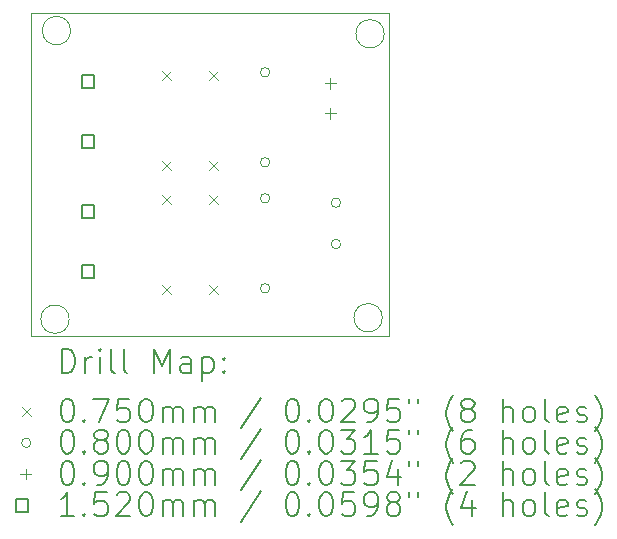
<source format=gbr>
%TF.GenerationSoftware,KiCad,Pcbnew,8.0.7*%
%TF.CreationDate,2025-03-08T23:37:16+05:30*%
%TF.ProjectId,1_AC to DC Converter,315f4143-2074-46f2-9044-4320436f6e76,rev?*%
%TF.SameCoordinates,Original*%
%TF.FileFunction,Drillmap*%
%TF.FilePolarity,Positive*%
%FSLAX45Y45*%
G04 Gerber Fmt 4.5, Leading zero omitted, Abs format (unit mm)*
G04 Created by KiCad (PCBNEW 8.0.7) date 2025-03-08 23:37:16*
%MOMM*%
%LPD*%
G01*
G04 APERTURE LIST*
%ADD10C,0.100000*%
%ADD11C,0.050000*%
%ADD12C,0.200000*%
%ADD13C,0.152000*%
G04 APERTURE END LIST*
D10*
X13103348Y-7566741D02*
G75*
G02*
X12863348Y-7566741I-120000J0D01*
G01*
X12863348Y-7566741D02*
G75*
G02*
X13103348Y-7566741I120000J0D01*
G01*
X13090941Y-10009961D02*
G75*
G02*
X12850941Y-10009961I-120000J0D01*
G01*
X12850941Y-10009961D02*
G75*
G02*
X13090941Y-10009961I120000J0D01*
G01*
D11*
X12769960Y-7413956D02*
X15800000Y-7413956D01*
X15800000Y-10150000D01*
X12769960Y-10150000D01*
X12769960Y-7413956D01*
D10*
X15742263Y-9997737D02*
G75*
G02*
X15502263Y-9997737I-120000J0D01*
G01*
X15502263Y-9997737D02*
G75*
G02*
X15742263Y-9997737I120000J0D01*
G01*
X15758604Y-7593585D02*
G75*
G02*
X15518604Y-7593585I-120000J0D01*
G01*
X15518604Y-7593585D02*
G75*
G02*
X15758604Y-7593585I120000J0D01*
G01*
D12*
D10*
X13878130Y-7906246D02*
X13953130Y-7981246D01*
X13953130Y-7906246D02*
X13878130Y-7981246D01*
X13878130Y-8668246D02*
X13953130Y-8743246D01*
X13953130Y-8668246D02*
X13878130Y-8743246D01*
X13878130Y-8956246D02*
X13953130Y-9031246D01*
X13953130Y-8956246D02*
X13878130Y-9031246D01*
X13878130Y-9718246D02*
X13953130Y-9793246D01*
X13953130Y-9718246D02*
X13878130Y-9793246D01*
X14278130Y-7906246D02*
X14353130Y-7981246D01*
X14353130Y-7906246D02*
X14278130Y-7981246D01*
X14278130Y-8668246D02*
X14353130Y-8743246D01*
X14353130Y-8668246D02*
X14278130Y-8743246D01*
X14278130Y-8956246D02*
X14353130Y-9031246D01*
X14353130Y-8956246D02*
X14278130Y-9031246D01*
X14278130Y-9718246D02*
X14353130Y-9793246D01*
X14353130Y-9718246D02*
X14278130Y-9793246D01*
X14790000Y-7919000D02*
G75*
G02*
X14710000Y-7919000I-40000J0D01*
G01*
X14710000Y-7919000D02*
G75*
G02*
X14790000Y-7919000I40000J0D01*
G01*
X14790000Y-8681000D02*
G75*
G02*
X14710000Y-8681000I-40000J0D01*
G01*
X14710000Y-8681000D02*
G75*
G02*
X14790000Y-8681000I40000J0D01*
G01*
X14790000Y-8987097D02*
G75*
G02*
X14710000Y-8987097I-40000J0D01*
G01*
X14710000Y-8987097D02*
G75*
G02*
X14790000Y-8987097I40000J0D01*
G01*
X14790000Y-9749097D02*
G75*
G02*
X14710000Y-9749097I-40000J0D01*
G01*
X14710000Y-9749097D02*
G75*
G02*
X14790000Y-9749097I40000J0D01*
G01*
X15390000Y-9024482D02*
G75*
G02*
X15310000Y-9024482I-40000J0D01*
G01*
X15310000Y-9024482D02*
G75*
G02*
X15390000Y-9024482I40000J0D01*
G01*
X15390000Y-9374482D02*
G75*
G02*
X15310000Y-9374482I-40000J0D01*
G01*
X15310000Y-9374482D02*
G75*
G02*
X15390000Y-9374482I40000J0D01*
G01*
X15301588Y-7967884D02*
X15301588Y-8057884D01*
X15256588Y-8012884D02*
X15346588Y-8012884D01*
X15301588Y-8221884D02*
X15301588Y-8311884D01*
X15256588Y-8266884D02*
X15346588Y-8266884D01*
D13*
X13303741Y-8049741D02*
X13303741Y-7942259D01*
X13196259Y-7942259D01*
X13196259Y-8049741D01*
X13303741Y-8049741D01*
X13303741Y-8557741D02*
X13303741Y-8450259D01*
X13196259Y-8450259D01*
X13196259Y-8557741D01*
X13303741Y-8557741D01*
X13303741Y-9149741D02*
X13303741Y-9042259D01*
X13196259Y-9042259D01*
X13196259Y-9149741D01*
X13303741Y-9149741D01*
X13303741Y-9657741D02*
X13303741Y-9550259D01*
X13196259Y-9550259D01*
X13196259Y-9657741D01*
X13303741Y-9657741D01*
D12*
X13028236Y-10463984D02*
X13028236Y-10263984D01*
X13028236Y-10263984D02*
X13075855Y-10263984D01*
X13075855Y-10263984D02*
X13104427Y-10273508D01*
X13104427Y-10273508D02*
X13123474Y-10292555D01*
X13123474Y-10292555D02*
X13132998Y-10311603D01*
X13132998Y-10311603D02*
X13142522Y-10349698D01*
X13142522Y-10349698D02*
X13142522Y-10378270D01*
X13142522Y-10378270D02*
X13132998Y-10416365D01*
X13132998Y-10416365D02*
X13123474Y-10435412D01*
X13123474Y-10435412D02*
X13104427Y-10454460D01*
X13104427Y-10454460D02*
X13075855Y-10463984D01*
X13075855Y-10463984D02*
X13028236Y-10463984D01*
X13228236Y-10463984D02*
X13228236Y-10330650D01*
X13228236Y-10368746D02*
X13237760Y-10349698D01*
X13237760Y-10349698D02*
X13247284Y-10340174D01*
X13247284Y-10340174D02*
X13266332Y-10330650D01*
X13266332Y-10330650D02*
X13285379Y-10330650D01*
X13352046Y-10463984D02*
X13352046Y-10330650D01*
X13352046Y-10263984D02*
X13342522Y-10273508D01*
X13342522Y-10273508D02*
X13352046Y-10283031D01*
X13352046Y-10283031D02*
X13361570Y-10273508D01*
X13361570Y-10273508D02*
X13352046Y-10263984D01*
X13352046Y-10263984D02*
X13352046Y-10283031D01*
X13475855Y-10463984D02*
X13456808Y-10454460D01*
X13456808Y-10454460D02*
X13447284Y-10435412D01*
X13447284Y-10435412D02*
X13447284Y-10263984D01*
X13580617Y-10463984D02*
X13561570Y-10454460D01*
X13561570Y-10454460D02*
X13552046Y-10435412D01*
X13552046Y-10435412D02*
X13552046Y-10263984D01*
X13809189Y-10463984D02*
X13809189Y-10263984D01*
X13809189Y-10263984D02*
X13875855Y-10406841D01*
X13875855Y-10406841D02*
X13942522Y-10263984D01*
X13942522Y-10263984D02*
X13942522Y-10463984D01*
X14123474Y-10463984D02*
X14123474Y-10359222D01*
X14123474Y-10359222D02*
X14113951Y-10340174D01*
X14113951Y-10340174D02*
X14094903Y-10330650D01*
X14094903Y-10330650D02*
X14056808Y-10330650D01*
X14056808Y-10330650D02*
X14037760Y-10340174D01*
X14123474Y-10454460D02*
X14104427Y-10463984D01*
X14104427Y-10463984D02*
X14056808Y-10463984D01*
X14056808Y-10463984D02*
X14037760Y-10454460D01*
X14037760Y-10454460D02*
X14028236Y-10435412D01*
X14028236Y-10435412D02*
X14028236Y-10416365D01*
X14028236Y-10416365D02*
X14037760Y-10397317D01*
X14037760Y-10397317D02*
X14056808Y-10387793D01*
X14056808Y-10387793D02*
X14104427Y-10387793D01*
X14104427Y-10387793D02*
X14123474Y-10378270D01*
X14218713Y-10330650D02*
X14218713Y-10530650D01*
X14218713Y-10340174D02*
X14237760Y-10330650D01*
X14237760Y-10330650D02*
X14275855Y-10330650D01*
X14275855Y-10330650D02*
X14294903Y-10340174D01*
X14294903Y-10340174D02*
X14304427Y-10349698D01*
X14304427Y-10349698D02*
X14313951Y-10368746D01*
X14313951Y-10368746D02*
X14313951Y-10425889D01*
X14313951Y-10425889D02*
X14304427Y-10444936D01*
X14304427Y-10444936D02*
X14294903Y-10454460D01*
X14294903Y-10454460D02*
X14275855Y-10463984D01*
X14275855Y-10463984D02*
X14237760Y-10463984D01*
X14237760Y-10463984D02*
X14218713Y-10454460D01*
X14399665Y-10444936D02*
X14409189Y-10454460D01*
X14409189Y-10454460D02*
X14399665Y-10463984D01*
X14399665Y-10463984D02*
X14390141Y-10454460D01*
X14390141Y-10454460D02*
X14399665Y-10444936D01*
X14399665Y-10444936D02*
X14399665Y-10463984D01*
X14399665Y-10340174D02*
X14409189Y-10349698D01*
X14409189Y-10349698D02*
X14399665Y-10359222D01*
X14399665Y-10359222D02*
X14390141Y-10349698D01*
X14390141Y-10349698D02*
X14399665Y-10340174D01*
X14399665Y-10340174D02*
X14399665Y-10359222D01*
D10*
X12692460Y-10755000D02*
X12767460Y-10830000D01*
X12767460Y-10755000D02*
X12692460Y-10830000D01*
D12*
X13066332Y-10683984D02*
X13085379Y-10683984D01*
X13085379Y-10683984D02*
X13104427Y-10693508D01*
X13104427Y-10693508D02*
X13113951Y-10703031D01*
X13113951Y-10703031D02*
X13123474Y-10722079D01*
X13123474Y-10722079D02*
X13132998Y-10760174D01*
X13132998Y-10760174D02*
X13132998Y-10807793D01*
X13132998Y-10807793D02*
X13123474Y-10845889D01*
X13123474Y-10845889D02*
X13113951Y-10864936D01*
X13113951Y-10864936D02*
X13104427Y-10874460D01*
X13104427Y-10874460D02*
X13085379Y-10883984D01*
X13085379Y-10883984D02*
X13066332Y-10883984D01*
X13066332Y-10883984D02*
X13047284Y-10874460D01*
X13047284Y-10874460D02*
X13037760Y-10864936D01*
X13037760Y-10864936D02*
X13028236Y-10845889D01*
X13028236Y-10845889D02*
X13018713Y-10807793D01*
X13018713Y-10807793D02*
X13018713Y-10760174D01*
X13018713Y-10760174D02*
X13028236Y-10722079D01*
X13028236Y-10722079D02*
X13037760Y-10703031D01*
X13037760Y-10703031D02*
X13047284Y-10693508D01*
X13047284Y-10693508D02*
X13066332Y-10683984D01*
X13218713Y-10864936D02*
X13228236Y-10874460D01*
X13228236Y-10874460D02*
X13218713Y-10883984D01*
X13218713Y-10883984D02*
X13209189Y-10874460D01*
X13209189Y-10874460D02*
X13218713Y-10864936D01*
X13218713Y-10864936D02*
X13218713Y-10883984D01*
X13294903Y-10683984D02*
X13428236Y-10683984D01*
X13428236Y-10683984D02*
X13342522Y-10883984D01*
X13599665Y-10683984D02*
X13504427Y-10683984D01*
X13504427Y-10683984D02*
X13494903Y-10779222D01*
X13494903Y-10779222D02*
X13504427Y-10769698D01*
X13504427Y-10769698D02*
X13523474Y-10760174D01*
X13523474Y-10760174D02*
X13571094Y-10760174D01*
X13571094Y-10760174D02*
X13590141Y-10769698D01*
X13590141Y-10769698D02*
X13599665Y-10779222D01*
X13599665Y-10779222D02*
X13609189Y-10798270D01*
X13609189Y-10798270D02*
X13609189Y-10845889D01*
X13609189Y-10845889D02*
X13599665Y-10864936D01*
X13599665Y-10864936D02*
X13590141Y-10874460D01*
X13590141Y-10874460D02*
X13571094Y-10883984D01*
X13571094Y-10883984D02*
X13523474Y-10883984D01*
X13523474Y-10883984D02*
X13504427Y-10874460D01*
X13504427Y-10874460D02*
X13494903Y-10864936D01*
X13732998Y-10683984D02*
X13752046Y-10683984D01*
X13752046Y-10683984D02*
X13771094Y-10693508D01*
X13771094Y-10693508D02*
X13780617Y-10703031D01*
X13780617Y-10703031D02*
X13790141Y-10722079D01*
X13790141Y-10722079D02*
X13799665Y-10760174D01*
X13799665Y-10760174D02*
X13799665Y-10807793D01*
X13799665Y-10807793D02*
X13790141Y-10845889D01*
X13790141Y-10845889D02*
X13780617Y-10864936D01*
X13780617Y-10864936D02*
X13771094Y-10874460D01*
X13771094Y-10874460D02*
X13752046Y-10883984D01*
X13752046Y-10883984D02*
X13732998Y-10883984D01*
X13732998Y-10883984D02*
X13713951Y-10874460D01*
X13713951Y-10874460D02*
X13704427Y-10864936D01*
X13704427Y-10864936D02*
X13694903Y-10845889D01*
X13694903Y-10845889D02*
X13685379Y-10807793D01*
X13685379Y-10807793D02*
X13685379Y-10760174D01*
X13685379Y-10760174D02*
X13694903Y-10722079D01*
X13694903Y-10722079D02*
X13704427Y-10703031D01*
X13704427Y-10703031D02*
X13713951Y-10693508D01*
X13713951Y-10693508D02*
X13732998Y-10683984D01*
X13885379Y-10883984D02*
X13885379Y-10750650D01*
X13885379Y-10769698D02*
X13894903Y-10760174D01*
X13894903Y-10760174D02*
X13913951Y-10750650D01*
X13913951Y-10750650D02*
X13942522Y-10750650D01*
X13942522Y-10750650D02*
X13961570Y-10760174D01*
X13961570Y-10760174D02*
X13971094Y-10779222D01*
X13971094Y-10779222D02*
X13971094Y-10883984D01*
X13971094Y-10779222D02*
X13980617Y-10760174D01*
X13980617Y-10760174D02*
X13999665Y-10750650D01*
X13999665Y-10750650D02*
X14028236Y-10750650D01*
X14028236Y-10750650D02*
X14047284Y-10760174D01*
X14047284Y-10760174D02*
X14056808Y-10779222D01*
X14056808Y-10779222D02*
X14056808Y-10883984D01*
X14152046Y-10883984D02*
X14152046Y-10750650D01*
X14152046Y-10769698D02*
X14161570Y-10760174D01*
X14161570Y-10760174D02*
X14180617Y-10750650D01*
X14180617Y-10750650D02*
X14209189Y-10750650D01*
X14209189Y-10750650D02*
X14228236Y-10760174D01*
X14228236Y-10760174D02*
X14237760Y-10779222D01*
X14237760Y-10779222D02*
X14237760Y-10883984D01*
X14237760Y-10779222D02*
X14247284Y-10760174D01*
X14247284Y-10760174D02*
X14266332Y-10750650D01*
X14266332Y-10750650D02*
X14294903Y-10750650D01*
X14294903Y-10750650D02*
X14313951Y-10760174D01*
X14313951Y-10760174D02*
X14323475Y-10779222D01*
X14323475Y-10779222D02*
X14323475Y-10883984D01*
X14713951Y-10674460D02*
X14542522Y-10931603D01*
X14971094Y-10683984D02*
X14990141Y-10683984D01*
X14990141Y-10683984D02*
X15009189Y-10693508D01*
X15009189Y-10693508D02*
X15018713Y-10703031D01*
X15018713Y-10703031D02*
X15028237Y-10722079D01*
X15028237Y-10722079D02*
X15037760Y-10760174D01*
X15037760Y-10760174D02*
X15037760Y-10807793D01*
X15037760Y-10807793D02*
X15028237Y-10845889D01*
X15028237Y-10845889D02*
X15018713Y-10864936D01*
X15018713Y-10864936D02*
X15009189Y-10874460D01*
X15009189Y-10874460D02*
X14990141Y-10883984D01*
X14990141Y-10883984D02*
X14971094Y-10883984D01*
X14971094Y-10883984D02*
X14952046Y-10874460D01*
X14952046Y-10874460D02*
X14942522Y-10864936D01*
X14942522Y-10864936D02*
X14932998Y-10845889D01*
X14932998Y-10845889D02*
X14923475Y-10807793D01*
X14923475Y-10807793D02*
X14923475Y-10760174D01*
X14923475Y-10760174D02*
X14932998Y-10722079D01*
X14932998Y-10722079D02*
X14942522Y-10703031D01*
X14942522Y-10703031D02*
X14952046Y-10693508D01*
X14952046Y-10693508D02*
X14971094Y-10683984D01*
X15123475Y-10864936D02*
X15132998Y-10874460D01*
X15132998Y-10874460D02*
X15123475Y-10883984D01*
X15123475Y-10883984D02*
X15113951Y-10874460D01*
X15113951Y-10874460D02*
X15123475Y-10864936D01*
X15123475Y-10864936D02*
X15123475Y-10883984D01*
X15256808Y-10683984D02*
X15275856Y-10683984D01*
X15275856Y-10683984D02*
X15294903Y-10693508D01*
X15294903Y-10693508D02*
X15304427Y-10703031D01*
X15304427Y-10703031D02*
X15313951Y-10722079D01*
X15313951Y-10722079D02*
X15323475Y-10760174D01*
X15323475Y-10760174D02*
X15323475Y-10807793D01*
X15323475Y-10807793D02*
X15313951Y-10845889D01*
X15313951Y-10845889D02*
X15304427Y-10864936D01*
X15304427Y-10864936D02*
X15294903Y-10874460D01*
X15294903Y-10874460D02*
X15275856Y-10883984D01*
X15275856Y-10883984D02*
X15256808Y-10883984D01*
X15256808Y-10883984D02*
X15237760Y-10874460D01*
X15237760Y-10874460D02*
X15228237Y-10864936D01*
X15228237Y-10864936D02*
X15218713Y-10845889D01*
X15218713Y-10845889D02*
X15209189Y-10807793D01*
X15209189Y-10807793D02*
X15209189Y-10760174D01*
X15209189Y-10760174D02*
X15218713Y-10722079D01*
X15218713Y-10722079D02*
X15228237Y-10703031D01*
X15228237Y-10703031D02*
X15237760Y-10693508D01*
X15237760Y-10693508D02*
X15256808Y-10683984D01*
X15399665Y-10703031D02*
X15409189Y-10693508D01*
X15409189Y-10693508D02*
X15428237Y-10683984D01*
X15428237Y-10683984D02*
X15475856Y-10683984D01*
X15475856Y-10683984D02*
X15494903Y-10693508D01*
X15494903Y-10693508D02*
X15504427Y-10703031D01*
X15504427Y-10703031D02*
X15513951Y-10722079D01*
X15513951Y-10722079D02*
X15513951Y-10741127D01*
X15513951Y-10741127D02*
X15504427Y-10769698D01*
X15504427Y-10769698D02*
X15390141Y-10883984D01*
X15390141Y-10883984D02*
X15513951Y-10883984D01*
X15609189Y-10883984D02*
X15647284Y-10883984D01*
X15647284Y-10883984D02*
X15666332Y-10874460D01*
X15666332Y-10874460D02*
X15675856Y-10864936D01*
X15675856Y-10864936D02*
X15694903Y-10836365D01*
X15694903Y-10836365D02*
X15704427Y-10798270D01*
X15704427Y-10798270D02*
X15704427Y-10722079D01*
X15704427Y-10722079D02*
X15694903Y-10703031D01*
X15694903Y-10703031D02*
X15685379Y-10693508D01*
X15685379Y-10693508D02*
X15666332Y-10683984D01*
X15666332Y-10683984D02*
X15628237Y-10683984D01*
X15628237Y-10683984D02*
X15609189Y-10693508D01*
X15609189Y-10693508D02*
X15599665Y-10703031D01*
X15599665Y-10703031D02*
X15590141Y-10722079D01*
X15590141Y-10722079D02*
X15590141Y-10769698D01*
X15590141Y-10769698D02*
X15599665Y-10788746D01*
X15599665Y-10788746D02*
X15609189Y-10798270D01*
X15609189Y-10798270D02*
X15628237Y-10807793D01*
X15628237Y-10807793D02*
X15666332Y-10807793D01*
X15666332Y-10807793D02*
X15685379Y-10798270D01*
X15685379Y-10798270D02*
X15694903Y-10788746D01*
X15694903Y-10788746D02*
X15704427Y-10769698D01*
X15885379Y-10683984D02*
X15790141Y-10683984D01*
X15790141Y-10683984D02*
X15780618Y-10779222D01*
X15780618Y-10779222D02*
X15790141Y-10769698D01*
X15790141Y-10769698D02*
X15809189Y-10760174D01*
X15809189Y-10760174D02*
X15856808Y-10760174D01*
X15856808Y-10760174D02*
X15875856Y-10769698D01*
X15875856Y-10769698D02*
X15885379Y-10779222D01*
X15885379Y-10779222D02*
X15894903Y-10798270D01*
X15894903Y-10798270D02*
X15894903Y-10845889D01*
X15894903Y-10845889D02*
X15885379Y-10864936D01*
X15885379Y-10864936D02*
X15875856Y-10874460D01*
X15875856Y-10874460D02*
X15856808Y-10883984D01*
X15856808Y-10883984D02*
X15809189Y-10883984D01*
X15809189Y-10883984D02*
X15790141Y-10874460D01*
X15790141Y-10874460D02*
X15780618Y-10864936D01*
X15971094Y-10683984D02*
X15971094Y-10722079D01*
X16047284Y-10683984D02*
X16047284Y-10722079D01*
X16342522Y-10960174D02*
X16332999Y-10950650D01*
X16332999Y-10950650D02*
X16313951Y-10922079D01*
X16313951Y-10922079D02*
X16304427Y-10903031D01*
X16304427Y-10903031D02*
X16294903Y-10874460D01*
X16294903Y-10874460D02*
X16285380Y-10826841D01*
X16285380Y-10826841D02*
X16285380Y-10788746D01*
X16285380Y-10788746D02*
X16294903Y-10741127D01*
X16294903Y-10741127D02*
X16304427Y-10712555D01*
X16304427Y-10712555D02*
X16313951Y-10693508D01*
X16313951Y-10693508D02*
X16332999Y-10664936D01*
X16332999Y-10664936D02*
X16342522Y-10655412D01*
X16447284Y-10769698D02*
X16428237Y-10760174D01*
X16428237Y-10760174D02*
X16418713Y-10750650D01*
X16418713Y-10750650D02*
X16409189Y-10731603D01*
X16409189Y-10731603D02*
X16409189Y-10722079D01*
X16409189Y-10722079D02*
X16418713Y-10703031D01*
X16418713Y-10703031D02*
X16428237Y-10693508D01*
X16428237Y-10693508D02*
X16447284Y-10683984D01*
X16447284Y-10683984D02*
X16485380Y-10683984D01*
X16485380Y-10683984D02*
X16504427Y-10693508D01*
X16504427Y-10693508D02*
X16513951Y-10703031D01*
X16513951Y-10703031D02*
X16523475Y-10722079D01*
X16523475Y-10722079D02*
X16523475Y-10731603D01*
X16523475Y-10731603D02*
X16513951Y-10750650D01*
X16513951Y-10750650D02*
X16504427Y-10760174D01*
X16504427Y-10760174D02*
X16485380Y-10769698D01*
X16485380Y-10769698D02*
X16447284Y-10769698D01*
X16447284Y-10769698D02*
X16428237Y-10779222D01*
X16428237Y-10779222D02*
X16418713Y-10788746D01*
X16418713Y-10788746D02*
X16409189Y-10807793D01*
X16409189Y-10807793D02*
X16409189Y-10845889D01*
X16409189Y-10845889D02*
X16418713Y-10864936D01*
X16418713Y-10864936D02*
X16428237Y-10874460D01*
X16428237Y-10874460D02*
X16447284Y-10883984D01*
X16447284Y-10883984D02*
X16485380Y-10883984D01*
X16485380Y-10883984D02*
X16504427Y-10874460D01*
X16504427Y-10874460D02*
X16513951Y-10864936D01*
X16513951Y-10864936D02*
X16523475Y-10845889D01*
X16523475Y-10845889D02*
X16523475Y-10807793D01*
X16523475Y-10807793D02*
X16513951Y-10788746D01*
X16513951Y-10788746D02*
X16504427Y-10779222D01*
X16504427Y-10779222D02*
X16485380Y-10769698D01*
X16761570Y-10883984D02*
X16761570Y-10683984D01*
X16847284Y-10883984D02*
X16847284Y-10779222D01*
X16847284Y-10779222D02*
X16837761Y-10760174D01*
X16837761Y-10760174D02*
X16818713Y-10750650D01*
X16818713Y-10750650D02*
X16790142Y-10750650D01*
X16790142Y-10750650D02*
X16771094Y-10760174D01*
X16771094Y-10760174D02*
X16761570Y-10769698D01*
X16971094Y-10883984D02*
X16952046Y-10874460D01*
X16952046Y-10874460D02*
X16942523Y-10864936D01*
X16942523Y-10864936D02*
X16932999Y-10845889D01*
X16932999Y-10845889D02*
X16932999Y-10788746D01*
X16932999Y-10788746D02*
X16942523Y-10769698D01*
X16942523Y-10769698D02*
X16952046Y-10760174D01*
X16952046Y-10760174D02*
X16971094Y-10750650D01*
X16971094Y-10750650D02*
X16999665Y-10750650D01*
X16999665Y-10750650D02*
X17018713Y-10760174D01*
X17018713Y-10760174D02*
X17028237Y-10769698D01*
X17028237Y-10769698D02*
X17037761Y-10788746D01*
X17037761Y-10788746D02*
X17037761Y-10845889D01*
X17037761Y-10845889D02*
X17028237Y-10864936D01*
X17028237Y-10864936D02*
X17018713Y-10874460D01*
X17018713Y-10874460D02*
X16999665Y-10883984D01*
X16999665Y-10883984D02*
X16971094Y-10883984D01*
X17152046Y-10883984D02*
X17132999Y-10874460D01*
X17132999Y-10874460D02*
X17123475Y-10855412D01*
X17123475Y-10855412D02*
X17123475Y-10683984D01*
X17304427Y-10874460D02*
X17285380Y-10883984D01*
X17285380Y-10883984D02*
X17247284Y-10883984D01*
X17247284Y-10883984D02*
X17228237Y-10874460D01*
X17228237Y-10874460D02*
X17218713Y-10855412D01*
X17218713Y-10855412D02*
X17218713Y-10779222D01*
X17218713Y-10779222D02*
X17228237Y-10760174D01*
X17228237Y-10760174D02*
X17247284Y-10750650D01*
X17247284Y-10750650D02*
X17285380Y-10750650D01*
X17285380Y-10750650D02*
X17304427Y-10760174D01*
X17304427Y-10760174D02*
X17313951Y-10779222D01*
X17313951Y-10779222D02*
X17313951Y-10798270D01*
X17313951Y-10798270D02*
X17218713Y-10817317D01*
X17390142Y-10874460D02*
X17409189Y-10883984D01*
X17409189Y-10883984D02*
X17447284Y-10883984D01*
X17447284Y-10883984D02*
X17466332Y-10874460D01*
X17466332Y-10874460D02*
X17475856Y-10855412D01*
X17475856Y-10855412D02*
X17475856Y-10845889D01*
X17475856Y-10845889D02*
X17466332Y-10826841D01*
X17466332Y-10826841D02*
X17447284Y-10817317D01*
X17447284Y-10817317D02*
X17418713Y-10817317D01*
X17418713Y-10817317D02*
X17399665Y-10807793D01*
X17399665Y-10807793D02*
X17390142Y-10788746D01*
X17390142Y-10788746D02*
X17390142Y-10779222D01*
X17390142Y-10779222D02*
X17399665Y-10760174D01*
X17399665Y-10760174D02*
X17418713Y-10750650D01*
X17418713Y-10750650D02*
X17447284Y-10750650D01*
X17447284Y-10750650D02*
X17466332Y-10760174D01*
X17542523Y-10960174D02*
X17552046Y-10950650D01*
X17552046Y-10950650D02*
X17571094Y-10922079D01*
X17571094Y-10922079D02*
X17580618Y-10903031D01*
X17580618Y-10903031D02*
X17590142Y-10874460D01*
X17590142Y-10874460D02*
X17599665Y-10826841D01*
X17599665Y-10826841D02*
X17599665Y-10788746D01*
X17599665Y-10788746D02*
X17590142Y-10741127D01*
X17590142Y-10741127D02*
X17580618Y-10712555D01*
X17580618Y-10712555D02*
X17571094Y-10693508D01*
X17571094Y-10693508D02*
X17552046Y-10664936D01*
X17552046Y-10664936D02*
X17542523Y-10655412D01*
D10*
X12767460Y-11056500D02*
G75*
G02*
X12687460Y-11056500I-40000J0D01*
G01*
X12687460Y-11056500D02*
G75*
G02*
X12767460Y-11056500I40000J0D01*
G01*
D12*
X13066332Y-10947984D02*
X13085379Y-10947984D01*
X13085379Y-10947984D02*
X13104427Y-10957508D01*
X13104427Y-10957508D02*
X13113951Y-10967031D01*
X13113951Y-10967031D02*
X13123474Y-10986079D01*
X13123474Y-10986079D02*
X13132998Y-11024174D01*
X13132998Y-11024174D02*
X13132998Y-11071793D01*
X13132998Y-11071793D02*
X13123474Y-11109889D01*
X13123474Y-11109889D02*
X13113951Y-11128936D01*
X13113951Y-11128936D02*
X13104427Y-11138460D01*
X13104427Y-11138460D02*
X13085379Y-11147984D01*
X13085379Y-11147984D02*
X13066332Y-11147984D01*
X13066332Y-11147984D02*
X13047284Y-11138460D01*
X13047284Y-11138460D02*
X13037760Y-11128936D01*
X13037760Y-11128936D02*
X13028236Y-11109889D01*
X13028236Y-11109889D02*
X13018713Y-11071793D01*
X13018713Y-11071793D02*
X13018713Y-11024174D01*
X13018713Y-11024174D02*
X13028236Y-10986079D01*
X13028236Y-10986079D02*
X13037760Y-10967031D01*
X13037760Y-10967031D02*
X13047284Y-10957508D01*
X13047284Y-10957508D02*
X13066332Y-10947984D01*
X13218713Y-11128936D02*
X13228236Y-11138460D01*
X13228236Y-11138460D02*
X13218713Y-11147984D01*
X13218713Y-11147984D02*
X13209189Y-11138460D01*
X13209189Y-11138460D02*
X13218713Y-11128936D01*
X13218713Y-11128936D02*
X13218713Y-11147984D01*
X13342522Y-11033698D02*
X13323474Y-11024174D01*
X13323474Y-11024174D02*
X13313951Y-11014650D01*
X13313951Y-11014650D02*
X13304427Y-10995603D01*
X13304427Y-10995603D02*
X13304427Y-10986079D01*
X13304427Y-10986079D02*
X13313951Y-10967031D01*
X13313951Y-10967031D02*
X13323474Y-10957508D01*
X13323474Y-10957508D02*
X13342522Y-10947984D01*
X13342522Y-10947984D02*
X13380617Y-10947984D01*
X13380617Y-10947984D02*
X13399665Y-10957508D01*
X13399665Y-10957508D02*
X13409189Y-10967031D01*
X13409189Y-10967031D02*
X13418713Y-10986079D01*
X13418713Y-10986079D02*
X13418713Y-10995603D01*
X13418713Y-10995603D02*
X13409189Y-11014650D01*
X13409189Y-11014650D02*
X13399665Y-11024174D01*
X13399665Y-11024174D02*
X13380617Y-11033698D01*
X13380617Y-11033698D02*
X13342522Y-11033698D01*
X13342522Y-11033698D02*
X13323474Y-11043222D01*
X13323474Y-11043222D02*
X13313951Y-11052746D01*
X13313951Y-11052746D02*
X13304427Y-11071793D01*
X13304427Y-11071793D02*
X13304427Y-11109889D01*
X13304427Y-11109889D02*
X13313951Y-11128936D01*
X13313951Y-11128936D02*
X13323474Y-11138460D01*
X13323474Y-11138460D02*
X13342522Y-11147984D01*
X13342522Y-11147984D02*
X13380617Y-11147984D01*
X13380617Y-11147984D02*
X13399665Y-11138460D01*
X13399665Y-11138460D02*
X13409189Y-11128936D01*
X13409189Y-11128936D02*
X13418713Y-11109889D01*
X13418713Y-11109889D02*
X13418713Y-11071793D01*
X13418713Y-11071793D02*
X13409189Y-11052746D01*
X13409189Y-11052746D02*
X13399665Y-11043222D01*
X13399665Y-11043222D02*
X13380617Y-11033698D01*
X13542522Y-10947984D02*
X13561570Y-10947984D01*
X13561570Y-10947984D02*
X13580617Y-10957508D01*
X13580617Y-10957508D02*
X13590141Y-10967031D01*
X13590141Y-10967031D02*
X13599665Y-10986079D01*
X13599665Y-10986079D02*
X13609189Y-11024174D01*
X13609189Y-11024174D02*
X13609189Y-11071793D01*
X13609189Y-11071793D02*
X13599665Y-11109889D01*
X13599665Y-11109889D02*
X13590141Y-11128936D01*
X13590141Y-11128936D02*
X13580617Y-11138460D01*
X13580617Y-11138460D02*
X13561570Y-11147984D01*
X13561570Y-11147984D02*
X13542522Y-11147984D01*
X13542522Y-11147984D02*
X13523474Y-11138460D01*
X13523474Y-11138460D02*
X13513951Y-11128936D01*
X13513951Y-11128936D02*
X13504427Y-11109889D01*
X13504427Y-11109889D02*
X13494903Y-11071793D01*
X13494903Y-11071793D02*
X13494903Y-11024174D01*
X13494903Y-11024174D02*
X13504427Y-10986079D01*
X13504427Y-10986079D02*
X13513951Y-10967031D01*
X13513951Y-10967031D02*
X13523474Y-10957508D01*
X13523474Y-10957508D02*
X13542522Y-10947984D01*
X13732998Y-10947984D02*
X13752046Y-10947984D01*
X13752046Y-10947984D02*
X13771094Y-10957508D01*
X13771094Y-10957508D02*
X13780617Y-10967031D01*
X13780617Y-10967031D02*
X13790141Y-10986079D01*
X13790141Y-10986079D02*
X13799665Y-11024174D01*
X13799665Y-11024174D02*
X13799665Y-11071793D01*
X13799665Y-11071793D02*
X13790141Y-11109889D01*
X13790141Y-11109889D02*
X13780617Y-11128936D01*
X13780617Y-11128936D02*
X13771094Y-11138460D01*
X13771094Y-11138460D02*
X13752046Y-11147984D01*
X13752046Y-11147984D02*
X13732998Y-11147984D01*
X13732998Y-11147984D02*
X13713951Y-11138460D01*
X13713951Y-11138460D02*
X13704427Y-11128936D01*
X13704427Y-11128936D02*
X13694903Y-11109889D01*
X13694903Y-11109889D02*
X13685379Y-11071793D01*
X13685379Y-11071793D02*
X13685379Y-11024174D01*
X13685379Y-11024174D02*
X13694903Y-10986079D01*
X13694903Y-10986079D02*
X13704427Y-10967031D01*
X13704427Y-10967031D02*
X13713951Y-10957508D01*
X13713951Y-10957508D02*
X13732998Y-10947984D01*
X13885379Y-11147984D02*
X13885379Y-11014650D01*
X13885379Y-11033698D02*
X13894903Y-11024174D01*
X13894903Y-11024174D02*
X13913951Y-11014650D01*
X13913951Y-11014650D02*
X13942522Y-11014650D01*
X13942522Y-11014650D02*
X13961570Y-11024174D01*
X13961570Y-11024174D02*
X13971094Y-11043222D01*
X13971094Y-11043222D02*
X13971094Y-11147984D01*
X13971094Y-11043222D02*
X13980617Y-11024174D01*
X13980617Y-11024174D02*
X13999665Y-11014650D01*
X13999665Y-11014650D02*
X14028236Y-11014650D01*
X14028236Y-11014650D02*
X14047284Y-11024174D01*
X14047284Y-11024174D02*
X14056808Y-11043222D01*
X14056808Y-11043222D02*
X14056808Y-11147984D01*
X14152046Y-11147984D02*
X14152046Y-11014650D01*
X14152046Y-11033698D02*
X14161570Y-11024174D01*
X14161570Y-11024174D02*
X14180617Y-11014650D01*
X14180617Y-11014650D02*
X14209189Y-11014650D01*
X14209189Y-11014650D02*
X14228236Y-11024174D01*
X14228236Y-11024174D02*
X14237760Y-11043222D01*
X14237760Y-11043222D02*
X14237760Y-11147984D01*
X14237760Y-11043222D02*
X14247284Y-11024174D01*
X14247284Y-11024174D02*
X14266332Y-11014650D01*
X14266332Y-11014650D02*
X14294903Y-11014650D01*
X14294903Y-11014650D02*
X14313951Y-11024174D01*
X14313951Y-11024174D02*
X14323475Y-11043222D01*
X14323475Y-11043222D02*
X14323475Y-11147984D01*
X14713951Y-10938460D02*
X14542522Y-11195603D01*
X14971094Y-10947984D02*
X14990141Y-10947984D01*
X14990141Y-10947984D02*
X15009189Y-10957508D01*
X15009189Y-10957508D02*
X15018713Y-10967031D01*
X15018713Y-10967031D02*
X15028237Y-10986079D01*
X15028237Y-10986079D02*
X15037760Y-11024174D01*
X15037760Y-11024174D02*
X15037760Y-11071793D01*
X15037760Y-11071793D02*
X15028237Y-11109889D01*
X15028237Y-11109889D02*
X15018713Y-11128936D01*
X15018713Y-11128936D02*
X15009189Y-11138460D01*
X15009189Y-11138460D02*
X14990141Y-11147984D01*
X14990141Y-11147984D02*
X14971094Y-11147984D01*
X14971094Y-11147984D02*
X14952046Y-11138460D01*
X14952046Y-11138460D02*
X14942522Y-11128936D01*
X14942522Y-11128936D02*
X14932998Y-11109889D01*
X14932998Y-11109889D02*
X14923475Y-11071793D01*
X14923475Y-11071793D02*
X14923475Y-11024174D01*
X14923475Y-11024174D02*
X14932998Y-10986079D01*
X14932998Y-10986079D02*
X14942522Y-10967031D01*
X14942522Y-10967031D02*
X14952046Y-10957508D01*
X14952046Y-10957508D02*
X14971094Y-10947984D01*
X15123475Y-11128936D02*
X15132998Y-11138460D01*
X15132998Y-11138460D02*
X15123475Y-11147984D01*
X15123475Y-11147984D02*
X15113951Y-11138460D01*
X15113951Y-11138460D02*
X15123475Y-11128936D01*
X15123475Y-11128936D02*
X15123475Y-11147984D01*
X15256808Y-10947984D02*
X15275856Y-10947984D01*
X15275856Y-10947984D02*
X15294903Y-10957508D01*
X15294903Y-10957508D02*
X15304427Y-10967031D01*
X15304427Y-10967031D02*
X15313951Y-10986079D01*
X15313951Y-10986079D02*
X15323475Y-11024174D01*
X15323475Y-11024174D02*
X15323475Y-11071793D01*
X15323475Y-11071793D02*
X15313951Y-11109889D01*
X15313951Y-11109889D02*
X15304427Y-11128936D01*
X15304427Y-11128936D02*
X15294903Y-11138460D01*
X15294903Y-11138460D02*
X15275856Y-11147984D01*
X15275856Y-11147984D02*
X15256808Y-11147984D01*
X15256808Y-11147984D02*
X15237760Y-11138460D01*
X15237760Y-11138460D02*
X15228237Y-11128936D01*
X15228237Y-11128936D02*
X15218713Y-11109889D01*
X15218713Y-11109889D02*
X15209189Y-11071793D01*
X15209189Y-11071793D02*
X15209189Y-11024174D01*
X15209189Y-11024174D02*
X15218713Y-10986079D01*
X15218713Y-10986079D02*
X15228237Y-10967031D01*
X15228237Y-10967031D02*
X15237760Y-10957508D01*
X15237760Y-10957508D02*
X15256808Y-10947984D01*
X15390141Y-10947984D02*
X15513951Y-10947984D01*
X15513951Y-10947984D02*
X15447284Y-11024174D01*
X15447284Y-11024174D02*
X15475856Y-11024174D01*
X15475856Y-11024174D02*
X15494903Y-11033698D01*
X15494903Y-11033698D02*
X15504427Y-11043222D01*
X15504427Y-11043222D02*
X15513951Y-11062270D01*
X15513951Y-11062270D02*
X15513951Y-11109889D01*
X15513951Y-11109889D02*
X15504427Y-11128936D01*
X15504427Y-11128936D02*
X15494903Y-11138460D01*
X15494903Y-11138460D02*
X15475856Y-11147984D01*
X15475856Y-11147984D02*
X15418713Y-11147984D01*
X15418713Y-11147984D02*
X15399665Y-11138460D01*
X15399665Y-11138460D02*
X15390141Y-11128936D01*
X15704427Y-11147984D02*
X15590141Y-11147984D01*
X15647284Y-11147984D02*
X15647284Y-10947984D01*
X15647284Y-10947984D02*
X15628237Y-10976555D01*
X15628237Y-10976555D02*
X15609189Y-10995603D01*
X15609189Y-10995603D02*
X15590141Y-11005127D01*
X15885379Y-10947984D02*
X15790141Y-10947984D01*
X15790141Y-10947984D02*
X15780618Y-11043222D01*
X15780618Y-11043222D02*
X15790141Y-11033698D01*
X15790141Y-11033698D02*
X15809189Y-11024174D01*
X15809189Y-11024174D02*
X15856808Y-11024174D01*
X15856808Y-11024174D02*
X15875856Y-11033698D01*
X15875856Y-11033698D02*
X15885379Y-11043222D01*
X15885379Y-11043222D02*
X15894903Y-11062270D01*
X15894903Y-11062270D02*
X15894903Y-11109889D01*
X15894903Y-11109889D02*
X15885379Y-11128936D01*
X15885379Y-11128936D02*
X15875856Y-11138460D01*
X15875856Y-11138460D02*
X15856808Y-11147984D01*
X15856808Y-11147984D02*
X15809189Y-11147984D01*
X15809189Y-11147984D02*
X15790141Y-11138460D01*
X15790141Y-11138460D02*
X15780618Y-11128936D01*
X15971094Y-10947984D02*
X15971094Y-10986079D01*
X16047284Y-10947984D02*
X16047284Y-10986079D01*
X16342522Y-11224174D02*
X16332999Y-11214650D01*
X16332999Y-11214650D02*
X16313951Y-11186079D01*
X16313951Y-11186079D02*
X16304427Y-11167031D01*
X16304427Y-11167031D02*
X16294903Y-11138460D01*
X16294903Y-11138460D02*
X16285380Y-11090841D01*
X16285380Y-11090841D02*
X16285380Y-11052746D01*
X16285380Y-11052746D02*
X16294903Y-11005127D01*
X16294903Y-11005127D02*
X16304427Y-10976555D01*
X16304427Y-10976555D02*
X16313951Y-10957508D01*
X16313951Y-10957508D02*
X16332999Y-10928936D01*
X16332999Y-10928936D02*
X16342522Y-10919412D01*
X16504427Y-10947984D02*
X16466332Y-10947984D01*
X16466332Y-10947984D02*
X16447284Y-10957508D01*
X16447284Y-10957508D02*
X16437760Y-10967031D01*
X16437760Y-10967031D02*
X16418713Y-10995603D01*
X16418713Y-10995603D02*
X16409189Y-11033698D01*
X16409189Y-11033698D02*
X16409189Y-11109889D01*
X16409189Y-11109889D02*
X16418713Y-11128936D01*
X16418713Y-11128936D02*
X16428237Y-11138460D01*
X16428237Y-11138460D02*
X16447284Y-11147984D01*
X16447284Y-11147984D02*
X16485380Y-11147984D01*
X16485380Y-11147984D02*
X16504427Y-11138460D01*
X16504427Y-11138460D02*
X16513951Y-11128936D01*
X16513951Y-11128936D02*
X16523475Y-11109889D01*
X16523475Y-11109889D02*
X16523475Y-11062270D01*
X16523475Y-11062270D02*
X16513951Y-11043222D01*
X16513951Y-11043222D02*
X16504427Y-11033698D01*
X16504427Y-11033698D02*
X16485380Y-11024174D01*
X16485380Y-11024174D02*
X16447284Y-11024174D01*
X16447284Y-11024174D02*
X16428237Y-11033698D01*
X16428237Y-11033698D02*
X16418713Y-11043222D01*
X16418713Y-11043222D02*
X16409189Y-11062270D01*
X16761570Y-11147984D02*
X16761570Y-10947984D01*
X16847284Y-11147984D02*
X16847284Y-11043222D01*
X16847284Y-11043222D02*
X16837761Y-11024174D01*
X16837761Y-11024174D02*
X16818713Y-11014650D01*
X16818713Y-11014650D02*
X16790142Y-11014650D01*
X16790142Y-11014650D02*
X16771094Y-11024174D01*
X16771094Y-11024174D02*
X16761570Y-11033698D01*
X16971094Y-11147984D02*
X16952046Y-11138460D01*
X16952046Y-11138460D02*
X16942523Y-11128936D01*
X16942523Y-11128936D02*
X16932999Y-11109889D01*
X16932999Y-11109889D02*
X16932999Y-11052746D01*
X16932999Y-11052746D02*
X16942523Y-11033698D01*
X16942523Y-11033698D02*
X16952046Y-11024174D01*
X16952046Y-11024174D02*
X16971094Y-11014650D01*
X16971094Y-11014650D02*
X16999665Y-11014650D01*
X16999665Y-11014650D02*
X17018713Y-11024174D01*
X17018713Y-11024174D02*
X17028237Y-11033698D01*
X17028237Y-11033698D02*
X17037761Y-11052746D01*
X17037761Y-11052746D02*
X17037761Y-11109889D01*
X17037761Y-11109889D02*
X17028237Y-11128936D01*
X17028237Y-11128936D02*
X17018713Y-11138460D01*
X17018713Y-11138460D02*
X16999665Y-11147984D01*
X16999665Y-11147984D02*
X16971094Y-11147984D01*
X17152046Y-11147984D02*
X17132999Y-11138460D01*
X17132999Y-11138460D02*
X17123475Y-11119412D01*
X17123475Y-11119412D02*
X17123475Y-10947984D01*
X17304427Y-11138460D02*
X17285380Y-11147984D01*
X17285380Y-11147984D02*
X17247284Y-11147984D01*
X17247284Y-11147984D02*
X17228237Y-11138460D01*
X17228237Y-11138460D02*
X17218713Y-11119412D01*
X17218713Y-11119412D02*
X17218713Y-11043222D01*
X17218713Y-11043222D02*
X17228237Y-11024174D01*
X17228237Y-11024174D02*
X17247284Y-11014650D01*
X17247284Y-11014650D02*
X17285380Y-11014650D01*
X17285380Y-11014650D02*
X17304427Y-11024174D01*
X17304427Y-11024174D02*
X17313951Y-11043222D01*
X17313951Y-11043222D02*
X17313951Y-11062270D01*
X17313951Y-11062270D02*
X17218713Y-11081317D01*
X17390142Y-11138460D02*
X17409189Y-11147984D01*
X17409189Y-11147984D02*
X17447284Y-11147984D01*
X17447284Y-11147984D02*
X17466332Y-11138460D01*
X17466332Y-11138460D02*
X17475856Y-11119412D01*
X17475856Y-11119412D02*
X17475856Y-11109889D01*
X17475856Y-11109889D02*
X17466332Y-11090841D01*
X17466332Y-11090841D02*
X17447284Y-11081317D01*
X17447284Y-11081317D02*
X17418713Y-11081317D01*
X17418713Y-11081317D02*
X17399665Y-11071793D01*
X17399665Y-11071793D02*
X17390142Y-11052746D01*
X17390142Y-11052746D02*
X17390142Y-11043222D01*
X17390142Y-11043222D02*
X17399665Y-11024174D01*
X17399665Y-11024174D02*
X17418713Y-11014650D01*
X17418713Y-11014650D02*
X17447284Y-11014650D01*
X17447284Y-11014650D02*
X17466332Y-11024174D01*
X17542523Y-11224174D02*
X17552046Y-11214650D01*
X17552046Y-11214650D02*
X17571094Y-11186079D01*
X17571094Y-11186079D02*
X17580618Y-11167031D01*
X17580618Y-11167031D02*
X17590142Y-11138460D01*
X17590142Y-11138460D02*
X17599665Y-11090841D01*
X17599665Y-11090841D02*
X17599665Y-11052746D01*
X17599665Y-11052746D02*
X17590142Y-11005127D01*
X17590142Y-11005127D02*
X17580618Y-10976555D01*
X17580618Y-10976555D02*
X17571094Y-10957508D01*
X17571094Y-10957508D02*
X17552046Y-10928936D01*
X17552046Y-10928936D02*
X17542523Y-10919412D01*
D10*
X12722460Y-11275500D02*
X12722460Y-11365500D01*
X12677460Y-11320500D02*
X12767460Y-11320500D01*
D12*
X13066332Y-11211984D02*
X13085379Y-11211984D01*
X13085379Y-11211984D02*
X13104427Y-11221508D01*
X13104427Y-11221508D02*
X13113951Y-11231031D01*
X13113951Y-11231031D02*
X13123474Y-11250079D01*
X13123474Y-11250079D02*
X13132998Y-11288174D01*
X13132998Y-11288174D02*
X13132998Y-11335793D01*
X13132998Y-11335793D02*
X13123474Y-11373888D01*
X13123474Y-11373888D02*
X13113951Y-11392936D01*
X13113951Y-11392936D02*
X13104427Y-11402460D01*
X13104427Y-11402460D02*
X13085379Y-11411984D01*
X13085379Y-11411984D02*
X13066332Y-11411984D01*
X13066332Y-11411984D02*
X13047284Y-11402460D01*
X13047284Y-11402460D02*
X13037760Y-11392936D01*
X13037760Y-11392936D02*
X13028236Y-11373888D01*
X13028236Y-11373888D02*
X13018713Y-11335793D01*
X13018713Y-11335793D02*
X13018713Y-11288174D01*
X13018713Y-11288174D02*
X13028236Y-11250079D01*
X13028236Y-11250079D02*
X13037760Y-11231031D01*
X13037760Y-11231031D02*
X13047284Y-11221508D01*
X13047284Y-11221508D02*
X13066332Y-11211984D01*
X13218713Y-11392936D02*
X13228236Y-11402460D01*
X13228236Y-11402460D02*
X13218713Y-11411984D01*
X13218713Y-11411984D02*
X13209189Y-11402460D01*
X13209189Y-11402460D02*
X13218713Y-11392936D01*
X13218713Y-11392936D02*
X13218713Y-11411984D01*
X13323474Y-11411984D02*
X13361570Y-11411984D01*
X13361570Y-11411984D02*
X13380617Y-11402460D01*
X13380617Y-11402460D02*
X13390141Y-11392936D01*
X13390141Y-11392936D02*
X13409189Y-11364365D01*
X13409189Y-11364365D02*
X13418713Y-11326269D01*
X13418713Y-11326269D02*
X13418713Y-11250079D01*
X13418713Y-11250079D02*
X13409189Y-11231031D01*
X13409189Y-11231031D02*
X13399665Y-11221508D01*
X13399665Y-11221508D02*
X13380617Y-11211984D01*
X13380617Y-11211984D02*
X13342522Y-11211984D01*
X13342522Y-11211984D02*
X13323474Y-11221508D01*
X13323474Y-11221508D02*
X13313951Y-11231031D01*
X13313951Y-11231031D02*
X13304427Y-11250079D01*
X13304427Y-11250079D02*
X13304427Y-11297698D01*
X13304427Y-11297698D02*
X13313951Y-11316746D01*
X13313951Y-11316746D02*
X13323474Y-11326269D01*
X13323474Y-11326269D02*
X13342522Y-11335793D01*
X13342522Y-11335793D02*
X13380617Y-11335793D01*
X13380617Y-11335793D02*
X13399665Y-11326269D01*
X13399665Y-11326269D02*
X13409189Y-11316746D01*
X13409189Y-11316746D02*
X13418713Y-11297698D01*
X13542522Y-11211984D02*
X13561570Y-11211984D01*
X13561570Y-11211984D02*
X13580617Y-11221508D01*
X13580617Y-11221508D02*
X13590141Y-11231031D01*
X13590141Y-11231031D02*
X13599665Y-11250079D01*
X13599665Y-11250079D02*
X13609189Y-11288174D01*
X13609189Y-11288174D02*
X13609189Y-11335793D01*
X13609189Y-11335793D02*
X13599665Y-11373888D01*
X13599665Y-11373888D02*
X13590141Y-11392936D01*
X13590141Y-11392936D02*
X13580617Y-11402460D01*
X13580617Y-11402460D02*
X13561570Y-11411984D01*
X13561570Y-11411984D02*
X13542522Y-11411984D01*
X13542522Y-11411984D02*
X13523474Y-11402460D01*
X13523474Y-11402460D02*
X13513951Y-11392936D01*
X13513951Y-11392936D02*
X13504427Y-11373888D01*
X13504427Y-11373888D02*
X13494903Y-11335793D01*
X13494903Y-11335793D02*
X13494903Y-11288174D01*
X13494903Y-11288174D02*
X13504427Y-11250079D01*
X13504427Y-11250079D02*
X13513951Y-11231031D01*
X13513951Y-11231031D02*
X13523474Y-11221508D01*
X13523474Y-11221508D02*
X13542522Y-11211984D01*
X13732998Y-11211984D02*
X13752046Y-11211984D01*
X13752046Y-11211984D02*
X13771094Y-11221508D01*
X13771094Y-11221508D02*
X13780617Y-11231031D01*
X13780617Y-11231031D02*
X13790141Y-11250079D01*
X13790141Y-11250079D02*
X13799665Y-11288174D01*
X13799665Y-11288174D02*
X13799665Y-11335793D01*
X13799665Y-11335793D02*
X13790141Y-11373888D01*
X13790141Y-11373888D02*
X13780617Y-11392936D01*
X13780617Y-11392936D02*
X13771094Y-11402460D01*
X13771094Y-11402460D02*
X13752046Y-11411984D01*
X13752046Y-11411984D02*
X13732998Y-11411984D01*
X13732998Y-11411984D02*
X13713951Y-11402460D01*
X13713951Y-11402460D02*
X13704427Y-11392936D01*
X13704427Y-11392936D02*
X13694903Y-11373888D01*
X13694903Y-11373888D02*
X13685379Y-11335793D01*
X13685379Y-11335793D02*
X13685379Y-11288174D01*
X13685379Y-11288174D02*
X13694903Y-11250079D01*
X13694903Y-11250079D02*
X13704427Y-11231031D01*
X13704427Y-11231031D02*
X13713951Y-11221508D01*
X13713951Y-11221508D02*
X13732998Y-11211984D01*
X13885379Y-11411984D02*
X13885379Y-11278650D01*
X13885379Y-11297698D02*
X13894903Y-11288174D01*
X13894903Y-11288174D02*
X13913951Y-11278650D01*
X13913951Y-11278650D02*
X13942522Y-11278650D01*
X13942522Y-11278650D02*
X13961570Y-11288174D01*
X13961570Y-11288174D02*
X13971094Y-11307222D01*
X13971094Y-11307222D02*
X13971094Y-11411984D01*
X13971094Y-11307222D02*
X13980617Y-11288174D01*
X13980617Y-11288174D02*
X13999665Y-11278650D01*
X13999665Y-11278650D02*
X14028236Y-11278650D01*
X14028236Y-11278650D02*
X14047284Y-11288174D01*
X14047284Y-11288174D02*
X14056808Y-11307222D01*
X14056808Y-11307222D02*
X14056808Y-11411984D01*
X14152046Y-11411984D02*
X14152046Y-11278650D01*
X14152046Y-11297698D02*
X14161570Y-11288174D01*
X14161570Y-11288174D02*
X14180617Y-11278650D01*
X14180617Y-11278650D02*
X14209189Y-11278650D01*
X14209189Y-11278650D02*
X14228236Y-11288174D01*
X14228236Y-11288174D02*
X14237760Y-11307222D01*
X14237760Y-11307222D02*
X14237760Y-11411984D01*
X14237760Y-11307222D02*
X14247284Y-11288174D01*
X14247284Y-11288174D02*
X14266332Y-11278650D01*
X14266332Y-11278650D02*
X14294903Y-11278650D01*
X14294903Y-11278650D02*
X14313951Y-11288174D01*
X14313951Y-11288174D02*
X14323475Y-11307222D01*
X14323475Y-11307222D02*
X14323475Y-11411984D01*
X14713951Y-11202460D02*
X14542522Y-11459603D01*
X14971094Y-11211984D02*
X14990141Y-11211984D01*
X14990141Y-11211984D02*
X15009189Y-11221508D01*
X15009189Y-11221508D02*
X15018713Y-11231031D01*
X15018713Y-11231031D02*
X15028237Y-11250079D01*
X15028237Y-11250079D02*
X15037760Y-11288174D01*
X15037760Y-11288174D02*
X15037760Y-11335793D01*
X15037760Y-11335793D02*
X15028237Y-11373888D01*
X15028237Y-11373888D02*
X15018713Y-11392936D01*
X15018713Y-11392936D02*
X15009189Y-11402460D01*
X15009189Y-11402460D02*
X14990141Y-11411984D01*
X14990141Y-11411984D02*
X14971094Y-11411984D01*
X14971094Y-11411984D02*
X14952046Y-11402460D01*
X14952046Y-11402460D02*
X14942522Y-11392936D01*
X14942522Y-11392936D02*
X14932998Y-11373888D01*
X14932998Y-11373888D02*
X14923475Y-11335793D01*
X14923475Y-11335793D02*
X14923475Y-11288174D01*
X14923475Y-11288174D02*
X14932998Y-11250079D01*
X14932998Y-11250079D02*
X14942522Y-11231031D01*
X14942522Y-11231031D02*
X14952046Y-11221508D01*
X14952046Y-11221508D02*
X14971094Y-11211984D01*
X15123475Y-11392936D02*
X15132998Y-11402460D01*
X15132998Y-11402460D02*
X15123475Y-11411984D01*
X15123475Y-11411984D02*
X15113951Y-11402460D01*
X15113951Y-11402460D02*
X15123475Y-11392936D01*
X15123475Y-11392936D02*
X15123475Y-11411984D01*
X15256808Y-11211984D02*
X15275856Y-11211984D01*
X15275856Y-11211984D02*
X15294903Y-11221508D01*
X15294903Y-11221508D02*
X15304427Y-11231031D01*
X15304427Y-11231031D02*
X15313951Y-11250079D01*
X15313951Y-11250079D02*
X15323475Y-11288174D01*
X15323475Y-11288174D02*
X15323475Y-11335793D01*
X15323475Y-11335793D02*
X15313951Y-11373888D01*
X15313951Y-11373888D02*
X15304427Y-11392936D01*
X15304427Y-11392936D02*
X15294903Y-11402460D01*
X15294903Y-11402460D02*
X15275856Y-11411984D01*
X15275856Y-11411984D02*
X15256808Y-11411984D01*
X15256808Y-11411984D02*
X15237760Y-11402460D01*
X15237760Y-11402460D02*
X15228237Y-11392936D01*
X15228237Y-11392936D02*
X15218713Y-11373888D01*
X15218713Y-11373888D02*
X15209189Y-11335793D01*
X15209189Y-11335793D02*
X15209189Y-11288174D01*
X15209189Y-11288174D02*
X15218713Y-11250079D01*
X15218713Y-11250079D02*
X15228237Y-11231031D01*
X15228237Y-11231031D02*
X15237760Y-11221508D01*
X15237760Y-11221508D02*
X15256808Y-11211984D01*
X15390141Y-11211984D02*
X15513951Y-11211984D01*
X15513951Y-11211984D02*
X15447284Y-11288174D01*
X15447284Y-11288174D02*
X15475856Y-11288174D01*
X15475856Y-11288174D02*
X15494903Y-11297698D01*
X15494903Y-11297698D02*
X15504427Y-11307222D01*
X15504427Y-11307222D02*
X15513951Y-11326269D01*
X15513951Y-11326269D02*
X15513951Y-11373888D01*
X15513951Y-11373888D02*
X15504427Y-11392936D01*
X15504427Y-11392936D02*
X15494903Y-11402460D01*
X15494903Y-11402460D02*
X15475856Y-11411984D01*
X15475856Y-11411984D02*
X15418713Y-11411984D01*
X15418713Y-11411984D02*
X15399665Y-11402460D01*
X15399665Y-11402460D02*
X15390141Y-11392936D01*
X15694903Y-11211984D02*
X15599665Y-11211984D01*
X15599665Y-11211984D02*
X15590141Y-11307222D01*
X15590141Y-11307222D02*
X15599665Y-11297698D01*
X15599665Y-11297698D02*
X15618713Y-11288174D01*
X15618713Y-11288174D02*
X15666332Y-11288174D01*
X15666332Y-11288174D02*
X15685379Y-11297698D01*
X15685379Y-11297698D02*
X15694903Y-11307222D01*
X15694903Y-11307222D02*
X15704427Y-11326269D01*
X15704427Y-11326269D02*
X15704427Y-11373888D01*
X15704427Y-11373888D02*
X15694903Y-11392936D01*
X15694903Y-11392936D02*
X15685379Y-11402460D01*
X15685379Y-11402460D02*
X15666332Y-11411984D01*
X15666332Y-11411984D02*
X15618713Y-11411984D01*
X15618713Y-11411984D02*
X15599665Y-11402460D01*
X15599665Y-11402460D02*
X15590141Y-11392936D01*
X15875856Y-11278650D02*
X15875856Y-11411984D01*
X15828237Y-11202460D02*
X15780618Y-11345317D01*
X15780618Y-11345317D02*
X15904427Y-11345317D01*
X15971094Y-11211984D02*
X15971094Y-11250079D01*
X16047284Y-11211984D02*
X16047284Y-11250079D01*
X16342522Y-11488174D02*
X16332999Y-11478650D01*
X16332999Y-11478650D02*
X16313951Y-11450079D01*
X16313951Y-11450079D02*
X16304427Y-11431031D01*
X16304427Y-11431031D02*
X16294903Y-11402460D01*
X16294903Y-11402460D02*
X16285380Y-11354841D01*
X16285380Y-11354841D02*
X16285380Y-11316746D01*
X16285380Y-11316746D02*
X16294903Y-11269127D01*
X16294903Y-11269127D02*
X16304427Y-11240555D01*
X16304427Y-11240555D02*
X16313951Y-11221508D01*
X16313951Y-11221508D02*
X16332999Y-11192936D01*
X16332999Y-11192936D02*
X16342522Y-11183412D01*
X16409189Y-11231031D02*
X16418713Y-11221508D01*
X16418713Y-11221508D02*
X16437760Y-11211984D01*
X16437760Y-11211984D02*
X16485380Y-11211984D01*
X16485380Y-11211984D02*
X16504427Y-11221508D01*
X16504427Y-11221508D02*
X16513951Y-11231031D01*
X16513951Y-11231031D02*
X16523475Y-11250079D01*
X16523475Y-11250079D02*
X16523475Y-11269127D01*
X16523475Y-11269127D02*
X16513951Y-11297698D01*
X16513951Y-11297698D02*
X16399665Y-11411984D01*
X16399665Y-11411984D02*
X16523475Y-11411984D01*
X16761570Y-11411984D02*
X16761570Y-11211984D01*
X16847284Y-11411984D02*
X16847284Y-11307222D01*
X16847284Y-11307222D02*
X16837761Y-11288174D01*
X16837761Y-11288174D02*
X16818713Y-11278650D01*
X16818713Y-11278650D02*
X16790142Y-11278650D01*
X16790142Y-11278650D02*
X16771094Y-11288174D01*
X16771094Y-11288174D02*
X16761570Y-11297698D01*
X16971094Y-11411984D02*
X16952046Y-11402460D01*
X16952046Y-11402460D02*
X16942523Y-11392936D01*
X16942523Y-11392936D02*
X16932999Y-11373888D01*
X16932999Y-11373888D02*
X16932999Y-11316746D01*
X16932999Y-11316746D02*
X16942523Y-11297698D01*
X16942523Y-11297698D02*
X16952046Y-11288174D01*
X16952046Y-11288174D02*
X16971094Y-11278650D01*
X16971094Y-11278650D02*
X16999665Y-11278650D01*
X16999665Y-11278650D02*
X17018713Y-11288174D01*
X17018713Y-11288174D02*
X17028237Y-11297698D01*
X17028237Y-11297698D02*
X17037761Y-11316746D01*
X17037761Y-11316746D02*
X17037761Y-11373888D01*
X17037761Y-11373888D02*
X17028237Y-11392936D01*
X17028237Y-11392936D02*
X17018713Y-11402460D01*
X17018713Y-11402460D02*
X16999665Y-11411984D01*
X16999665Y-11411984D02*
X16971094Y-11411984D01*
X17152046Y-11411984D02*
X17132999Y-11402460D01*
X17132999Y-11402460D02*
X17123475Y-11383412D01*
X17123475Y-11383412D02*
X17123475Y-11211984D01*
X17304427Y-11402460D02*
X17285380Y-11411984D01*
X17285380Y-11411984D02*
X17247284Y-11411984D01*
X17247284Y-11411984D02*
X17228237Y-11402460D01*
X17228237Y-11402460D02*
X17218713Y-11383412D01*
X17218713Y-11383412D02*
X17218713Y-11307222D01*
X17218713Y-11307222D02*
X17228237Y-11288174D01*
X17228237Y-11288174D02*
X17247284Y-11278650D01*
X17247284Y-11278650D02*
X17285380Y-11278650D01*
X17285380Y-11278650D02*
X17304427Y-11288174D01*
X17304427Y-11288174D02*
X17313951Y-11307222D01*
X17313951Y-11307222D02*
X17313951Y-11326269D01*
X17313951Y-11326269D02*
X17218713Y-11345317D01*
X17390142Y-11402460D02*
X17409189Y-11411984D01*
X17409189Y-11411984D02*
X17447284Y-11411984D01*
X17447284Y-11411984D02*
X17466332Y-11402460D01*
X17466332Y-11402460D02*
X17475856Y-11383412D01*
X17475856Y-11383412D02*
X17475856Y-11373888D01*
X17475856Y-11373888D02*
X17466332Y-11354841D01*
X17466332Y-11354841D02*
X17447284Y-11345317D01*
X17447284Y-11345317D02*
X17418713Y-11345317D01*
X17418713Y-11345317D02*
X17399665Y-11335793D01*
X17399665Y-11335793D02*
X17390142Y-11316746D01*
X17390142Y-11316746D02*
X17390142Y-11307222D01*
X17390142Y-11307222D02*
X17399665Y-11288174D01*
X17399665Y-11288174D02*
X17418713Y-11278650D01*
X17418713Y-11278650D02*
X17447284Y-11278650D01*
X17447284Y-11278650D02*
X17466332Y-11288174D01*
X17542523Y-11488174D02*
X17552046Y-11478650D01*
X17552046Y-11478650D02*
X17571094Y-11450079D01*
X17571094Y-11450079D02*
X17580618Y-11431031D01*
X17580618Y-11431031D02*
X17590142Y-11402460D01*
X17590142Y-11402460D02*
X17599665Y-11354841D01*
X17599665Y-11354841D02*
X17599665Y-11316746D01*
X17599665Y-11316746D02*
X17590142Y-11269127D01*
X17590142Y-11269127D02*
X17580618Y-11240555D01*
X17580618Y-11240555D02*
X17571094Y-11221508D01*
X17571094Y-11221508D02*
X17552046Y-11192936D01*
X17552046Y-11192936D02*
X17542523Y-11183412D01*
D13*
X12745200Y-11638241D02*
X12745200Y-11530759D01*
X12637719Y-11530759D01*
X12637719Y-11638241D01*
X12745200Y-11638241D01*
D12*
X13132998Y-11675984D02*
X13018713Y-11675984D01*
X13075855Y-11675984D02*
X13075855Y-11475984D01*
X13075855Y-11475984D02*
X13056808Y-11504555D01*
X13056808Y-11504555D02*
X13037760Y-11523603D01*
X13037760Y-11523603D02*
X13018713Y-11533127D01*
X13218713Y-11656936D02*
X13228236Y-11666460D01*
X13228236Y-11666460D02*
X13218713Y-11675984D01*
X13218713Y-11675984D02*
X13209189Y-11666460D01*
X13209189Y-11666460D02*
X13218713Y-11656936D01*
X13218713Y-11656936D02*
X13218713Y-11675984D01*
X13409189Y-11475984D02*
X13313951Y-11475984D01*
X13313951Y-11475984D02*
X13304427Y-11571222D01*
X13304427Y-11571222D02*
X13313951Y-11561698D01*
X13313951Y-11561698D02*
X13332998Y-11552174D01*
X13332998Y-11552174D02*
X13380617Y-11552174D01*
X13380617Y-11552174D02*
X13399665Y-11561698D01*
X13399665Y-11561698D02*
X13409189Y-11571222D01*
X13409189Y-11571222D02*
X13418713Y-11590269D01*
X13418713Y-11590269D02*
X13418713Y-11637888D01*
X13418713Y-11637888D02*
X13409189Y-11656936D01*
X13409189Y-11656936D02*
X13399665Y-11666460D01*
X13399665Y-11666460D02*
X13380617Y-11675984D01*
X13380617Y-11675984D02*
X13332998Y-11675984D01*
X13332998Y-11675984D02*
X13313951Y-11666460D01*
X13313951Y-11666460D02*
X13304427Y-11656936D01*
X13494903Y-11495031D02*
X13504427Y-11485508D01*
X13504427Y-11485508D02*
X13523474Y-11475984D01*
X13523474Y-11475984D02*
X13571094Y-11475984D01*
X13571094Y-11475984D02*
X13590141Y-11485508D01*
X13590141Y-11485508D02*
X13599665Y-11495031D01*
X13599665Y-11495031D02*
X13609189Y-11514079D01*
X13609189Y-11514079D02*
X13609189Y-11533127D01*
X13609189Y-11533127D02*
X13599665Y-11561698D01*
X13599665Y-11561698D02*
X13485379Y-11675984D01*
X13485379Y-11675984D02*
X13609189Y-11675984D01*
X13732998Y-11475984D02*
X13752046Y-11475984D01*
X13752046Y-11475984D02*
X13771094Y-11485508D01*
X13771094Y-11485508D02*
X13780617Y-11495031D01*
X13780617Y-11495031D02*
X13790141Y-11514079D01*
X13790141Y-11514079D02*
X13799665Y-11552174D01*
X13799665Y-11552174D02*
X13799665Y-11599793D01*
X13799665Y-11599793D02*
X13790141Y-11637888D01*
X13790141Y-11637888D02*
X13780617Y-11656936D01*
X13780617Y-11656936D02*
X13771094Y-11666460D01*
X13771094Y-11666460D02*
X13752046Y-11675984D01*
X13752046Y-11675984D02*
X13732998Y-11675984D01*
X13732998Y-11675984D02*
X13713951Y-11666460D01*
X13713951Y-11666460D02*
X13704427Y-11656936D01*
X13704427Y-11656936D02*
X13694903Y-11637888D01*
X13694903Y-11637888D02*
X13685379Y-11599793D01*
X13685379Y-11599793D02*
X13685379Y-11552174D01*
X13685379Y-11552174D02*
X13694903Y-11514079D01*
X13694903Y-11514079D02*
X13704427Y-11495031D01*
X13704427Y-11495031D02*
X13713951Y-11485508D01*
X13713951Y-11485508D02*
X13732998Y-11475984D01*
X13885379Y-11675984D02*
X13885379Y-11542650D01*
X13885379Y-11561698D02*
X13894903Y-11552174D01*
X13894903Y-11552174D02*
X13913951Y-11542650D01*
X13913951Y-11542650D02*
X13942522Y-11542650D01*
X13942522Y-11542650D02*
X13961570Y-11552174D01*
X13961570Y-11552174D02*
X13971094Y-11571222D01*
X13971094Y-11571222D02*
X13971094Y-11675984D01*
X13971094Y-11571222D02*
X13980617Y-11552174D01*
X13980617Y-11552174D02*
X13999665Y-11542650D01*
X13999665Y-11542650D02*
X14028236Y-11542650D01*
X14028236Y-11542650D02*
X14047284Y-11552174D01*
X14047284Y-11552174D02*
X14056808Y-11571222D01*
X14056808Y-11571222D02*
X14056808Y-11675984D01*
X14152046Y-11675984D02*
X14152046Y-11542650D01*
X14152046Y-11561698D02*
X14161570Y-11552174D01*
X14161570Y-11552174D02*
X14180617Y-11542650D01*
X14180617Y-11542650D02*
X14209189Y-11542650D01*
X14209189Y-11542650D02*
X14228236Y-11552174D01*
X14228236Y-11552174D02*
X14237760Y-11571222D01*
X14237760Y-11571222D02*
X14237760Y-11675984D01*
X14237760Y-11571222D02*
X14247284Y-11552174D01*
X14247284Y-11552174D02*
X14266332Y-11542650D01*
X14266332Y-11542650D02*
X14294903Y-11542650D01*
X14294903Y-11542650D02*
X14313951Y-11552174D01*
X14313951Y-11552174D02*
X14323475Y-11571222D01*
X14323475Y-11571222D02*
X14323475Y-11675984D01*
X14713951Y-11466460D02*
X14542522Y-11723603D01*
X14971094Y-11475984D02*
X14990141Y-11475984D01*
X14990141Y-11475984D02*
X15009189Y-11485508D01*
X15009189Y-11485508D02*
X15018713Y-11495031D01*
X15018713Y-11495031D02*
X15028237Y-11514079D01*
X15028237Y-11514079D02*
X15037760Y-11552174D01*
X15037760Y-11552174D02*
X15037760Y-11599793D01*
X15037760Y-11599793D02*
X15028237Y-11637888D01*
X15028237Y-11637888D02*
X15018713Y-11656936D01*
X15018713Y-11656936D02*
X15009189Y-11666460D01*
X15009189Y-11666460D02*
X14990141Y-11675984D01*
X14990141Y-11675984D02*
X14971094Y-11675984D01*
X14971094Y-11675984D02*
X14952046Y-11666460D01*
X14952046Y-11666460D02*
X14942522Y-11656936D01*
X14942522Y-11656936D02*
X14932998Y-11637888D01*
X14932998Y-11637888D02*
X14923475Y-11599793D01*
X14923475Y-11599793D02*
X14923475Y-11552174D01*
X14923475Y-11552174D02*
X14932998Y-11514079D01*
X14932998Y-11514079D02*
X14942522Y-11495031D01*
X14942522Y-11495031D02*
X14952046Y-11485508D01*
X14952046Y-11485508D02*
X14971094Y-11475984D01*
X15123475Y-11656936D02*
X15132998Y-11666460D01*
X15132998Y-11666460D02*
X15123475Y-11675984D01*
X15123475Y-11675984D02*
X15113951Y-11666460D01*
X15113951Y-11666460D02*
X15123475Y-11656936D01*
X15123475Y-11656936D02*
X15123475Y-11675984D01*
X15256808Y-11475984D02*
X15275856Y-11475984D01*
X15275856Y-11475984D02*
X15294903Y-11485508D01*
X15294903Y-11485508D02*
X15304427Y-11495031D01*
X15304427Y-11495031D02*
X15313951Y-11514079D01*
X15313951Y-11514079D02*
X15323475Y-11552174D01*
X15323475Y-11552174D02*
X15323475Y-11599793D01*
X15323475Y-11599793D02*
X15313951Y-11637888D01*
X15313951Y-11637888D02*
X15304427Y-11656936D01*
X15304427Y-11656936D02*
X15294903Y-11666460D01*
X15294903Y-11666460D02*
X15275856Y-11675984D01*
X15275856Y-11675984D02*
X15256808Y-11675984D01*
X15256808Y-11675984D02*
X15237760Y-11666460D01*
X15237760Y-11666460D02*
X15228237Y-11656936D01*
X15228237Y-11656936D02*
X15218713Y-11637888D01*
X15218713Y-11637888D02*
X15209189Y-11599793D01*
X15209189Y-11599793D02*
X15209189Y-11552174D01*
X15209189Y-11552174D02*
X15218713Y-11514079D01*
X15218713Y-11514079D02*
X15228237Y-11495031D01*
X15228237Y-11495031D02*
X15237760Y-11485508D01*
X15237760Y-11485508D02*
X15256808Y-11475984D01*
X15504427Y-11475984D02*
X15409189Y-11475984D01*
X15409189Y-11475984D02*
X15399665Y-11571222D01*
X15399665Y-11571222D02*
X15409189Y-11561698D01*
X15409189Y-11561698D02*
X15428237Y-11552174D01*
X15428237Y-11552174D02*
X15475856Y-11552174D01*
X15475856Y-11552174D02*
X15494903Y-11561698D01*
X15494903Y-11561698D02*
X15504427Y-11571222D01*
X15504427Y-11571222D02*
X15513951Y-11590269D01*
X15513951Y-11590269D02*
X15513951Y-11637888D01*
X15513951Y-11637888D02*
X15504427Y-11656936D01*
X15504427Y-11656936D02*
X15494903Y-11666460D01*
X15494903Y-11666460D02*
X15475856Y-11675984D01*
X15475856Y-11675984D02*
X15428237Y-11675984D01*
X15428237Y-11675984D02*
X15409189Y-11666460D01*
X15409189Y-11666460D02*
X15399665Y-11656936D01*
X15609189Y-11675984D02*
X15647284Y-11675984D01*
X15647284Y-11675984D02*
X15666332Y-11666460D01*
X15666332Y-11666460D02*
X15675856Y-11656936D01*
X15675856Y-11656936D02*
X15694903Y-11628365D01*
X15694903Y-11628365D02*
X15704427Y-11590269D01*
X15704427Y-11590269D02*
X15704427Y-11514079D01*
X15704427Y-11514079D02*
X15694903Y-11495031D01*
X15694903Y-11495031D02*
X15685379Y-11485508D01*
X15685379Y-11485508D02*
X15666332Y-11475984D01*
X15666332Y-11475984D02*
X15628237Y-11475984D01*
X15628237Y-11475984D02*
X15609189Y-11485508D01*
X15609189Y-11485508D02*
X15599665Y-11495031D01*
X15599665Y-11495031D02*
X15590141Y-11514079D01*
X15590141Y-11514079D02*
X15590141Y-11561698D01*
X15590141Y-11561698D02*
X15599665Y-11580746D01*
X15599665Y-11580746D02*
X15609189Y-11590269D01*
X15609189Y-11590269D02*
X15628237Y-11599793D01*
X15628237Y-11599793D02*
X15666332Y-11599793D01*
X15666332Y-11599793D02*
X15685379Y-11590269D01*
X15685379Y-11590269D02*
X15694903Y-11580746D01*
X15694903Y-11580746D02*
X15704427Y-11561698D01*
X15818713Y-11561698D02*
X15799665Y-11552174D01*
X15799665Y-11552174D02*
X15790141Y-11542650D01*
X15790141Y-11542650D02*
X15780618Y-11523603D01*
X15780618Y-11523603D02*
X15780618Y-11514079D01*
X15780618Y-11514079D02*
X15790141Y-11495031D01*
X15790141Y-11495031D02*
X15799665Y-11485508D01*
X15799665Y-11485508D02*
X15818713Y-11475984D01*
X15818713Y-11475984D02*
X15856808Y-11475984D01*
X15856808Y-11475984D02*
X15875856Y-11485508D01*
X15875856Y-11485508D02*
X15885379Y-11495031D01*
X15885379Y-11495031D02*
X15894903Y-11514079D01*
X15894903Y-11514079D02*
X15894903Y-11523603D01*
X15894903Y-11523603D02*
X15885379Y-11542650D01*
X15885379Y-11542650D02*
X15875856Y-11552174D01*
X15875856Y-11552174D02*
X15856808Y-11561698D01*
X15856808Y-11561698D02*
X15818713Y-11561698D01*
X15818713Y-11561698D02*
X15799665Y-11571222D01*
X15799665Y-11571222D02*
X15790141Y-11580746D01*
X15790141Y-11580746D02*
X15780618Y-11599793D01*
X15780618Y-11599793D02*
X15780618Y-11637888D01*
X15780618Y-11637888D02*
X15790141Y-11656936D01*
X15790141Y-11656936D02*
X15799665Y-11666460D01*
X15799665Y-11666460D02*
X15818713Y-11675984D01*
X15818713Y-11675984D02*
X15856808Y-11675984D01*
X15856808Y-11675984D02*
X15875856Y-11666460D01*
X15875856Y-11666460D02*
X15885379Y-11656936D01*
X15885379Y-11656936D02*
X15894903Y-11637888D01*
X15894903Y-11637888D02*
X15894903Y-11599793D01*
X15894903Y-11599793D02*
X15885379Y-11580746D01*
X15885379Y-11580746D02*
X15875856Y-11571222D01*
X15875856Y-11571222D02*
X15856808Y-11561698D01*
X15971094Y-11475984D02*
X15971094Y-11514079D01*
X16047284Y-11475984D02*
X16047284Y-11514079D01*
X16342522Y-11752174D02*
X16332999Y-11742650D01*
X16332999Y-11742650D02*
X16313951Y-11714079D01*
X16313951Y-11714079D02*
X16304427Y-11695031D01*
X16304427Y-11695031D02*
X16294903Y-11666460D01*
X16294903Y-11666460D02*
X16285380Y-11618841D01*
X16285380Y-11618841D02*
X16285380Y-11580746D01*
X16285380Y-11580746D02*
X16294903Y-11533127D01*
X16294903Y-11533127D02*
X16304427Y-11504555D01*
X16304427Y-11504555D02*
X16313951Y-11485508D01*
X16313951Y-11485508D02*
X16332999Y-11456936D01*
X16332999Y-11456936D02*
X16342522Y-11447412D01*
X16504427Y-11542650D02*
X16504427Y-11675984D01*
X16456808Y-11466460D02*
X16409189Y-11609317D01*
X16409189Y-11609317D02*
X16532999Y-11609317D01*
X16761570Y-11675984D02*
X16761570Y-11475984D01*
X16847284Y-11675984D02*
X16847284Y-11571222D01*
X16847284Y-11571222D02*
X16837761Y-11552174D01*
X16837761Y-11552174D02*
X16818713Y-11542650D01*
X16818713Y-11542650D02*
X16790142Y-11542650D01*
X16790142Y-11542650D02*
X16771094Y-11552174D01*
X16771094Y-11552174D02*
X16761570Y-11561698D01*
X16971094Y-11675984D02*
X16952046Y-11666460D01*
X16952046Y-11666460D02*
X16942523Y-11656936D01*
X16942523Y-11656936D02*
X16932999Y-11637888D01*
X16932999Y-11637888D02*
X16932999Y-11580746D01*
X16932999Y-11580746D02*
X16942523Y-11561698D01*
X16942523Y-11561698D02*
X16952046Y-11552174D01*
X16952046Y-11552174D02*
X16971094Y-11542650D01*
X16971094Y-11542650D02*
X16999665Y-11542650D01*
X16999665Y-11542650D02*
X17018713Y-11552174D01*
X17018713Y-11552174D02*
X17028237Y-11561698D01*
X17028237Y-11561698D02*
X17037761Y-11580746D01*
X17037761Y-11580746D02*
X17037761Y-11637888D01*
X17037761Y-11637888D02*
X17028237Y-11656936D01*
X17028237Y-11656936D02*
X17018713Y-11666460D01*
X17018713Y-11666460D02*
X16999665Y-11675984D01*
X16999665Y-11675984D02*
X16971094Y-11675984D01*
X17152046Y-11675984D02*
X17132999Y-11666460D01*
X17132999Y-11666460D02*
X17123475Y-11647412D01*
X17123475Y-11647412D02*
X17123475Y-11475984D01*
X17304427Y-11666460D02*
X17285380Y-11675984D01*
X17285380Y-11675984D02*
X17247284Y-11675984D01*
X17247284Y-11675984D02*
X17228237Y-11666460D01*
X17228237Y-11666460D02*
X17218713Y-11647412D01*
X17218713Y-11647412D02*
X17218713Y-11571222D01*
X17218713Y-11571222D02*
X17228237Y-11552174D01*
X17228237Y-11552174D02*
X17247284Y-11542650D01*
X17247284Y-11542650D02*
X17285380Y-11542650D01*
X17285380Y-11542650D02*
X17304427Y-11552174D01*
X17304427Y-11552174D02*
X17313951Y-11571222D01*
X17313951Y-11571222D02*
X17313951Y-11590269D01*
X17313951Y-11590269D02*
X17218713Y-11609317D01*
X17390142Y-11666460D02*
X17409189Y-11675984D01*
X17409189Y-11675984D02*
X17447284Y-11675984D01*
X17447284Y-11675984D02*
X17466332Y-11666460D01*
X17466332Y-11666460D02*
X17475856Y-11647412D01*
X17475856Y-11647412D02*
X17475856Y-11637888D01*
X17475856Y-11637888D02*
X17466332Y-11618841D01*
X17466332Y-11618841D02*
X17447284Y-11609317D01*
X17447284Y-11609317D02*
X17418713Y-11609317D01*
X17418713Y-11609317D02*
X17399665Y-11599793D01*
X17399665Y-11599793D02*
X17390142Y-11580746D01*
X17390142Y-11580746D02*
X17390142Y-11571222D01*
X17390142Y-11571222D02*
X17399665Y-11552174D01*
X17399665Y-11552174D02*
X17418713Y-11542650D01*
X17418713Y-11542650D02*
X17447284Y-11542650D01*
X17447284Y-11542650D02*
X17466332Y-11552174D01*
X17542523Y-11752174D02*
X17552046Y-11742650D01*
X17552046Y-11742650D02*
X17571094Y-11714079D01*
X17571094Y-11714079D02*
X17580618Y-11695031D01*
X17580618Y-11695031D02*
X17590142Y-11666460D01*
X17590142Y-11666460D02*
X17599665Y-11618841D01*
X17599665Y-11618841D02*
X17599665Y-11580746D01*
X17599665Y-11580746D02*
X17590142Y-11533127D01*
X17590142Y-11533127D02*
X17580618Y-11504555D01*
X17580618Y-11504555D02*
X17571094Y-11485508D01*
X17571094Y-11485508D02*
X17552046Y-11456936D01*
X17552046Y-11456936D02*
X17542523Y-11447412D01*
M02*

</source>
